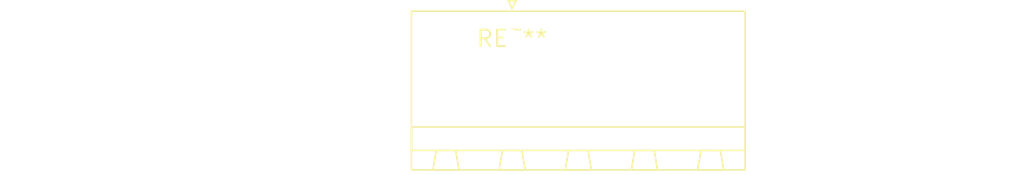
<source format=kicad_pcb>
(kicad_pcb (version 20240108) (generator pcbnew)
  (layers (0 "F.Cu" signal) (31 "B.Cu" signal) (34 "B.Paste" user) (35 "F.Paste" user) (36 "B.SilkS" user "B.Silkscreen") (37 "F.SilkS" user "F.Silkscreen") (38 "B.Mask" user) (39 "F.Mask" user) (44 "Edge.Cuts" user))
  (net 0 "")
  (footprint "PhoenixContact_MSTB_2,5_3-GF-5,08_1x03_P5.08mm_Horizontal_ThreadedFlange" (layer "F.Cu") (at 0 0)
    (property "Reference" "REF**")
    (property "Value" "PhoenixContact_MSTB_2,5_3-GF-5,08_1x03_P5.08mm_Horizontal_ThreadedFlange")
    (fp_line (start -7.73 -2.11) (end -7.73 10.11) (layer "F.SilkS") (stroke (width 0.12)))
    (fp_line (start -7.73 6.81) (end 17.89 6.81) (layer "F.SilkS") (stroke (width 0.12)))
    (fp_line (start -7.73 8.61) (end -7.73 6.81) (layer "F.SilkS") (stroke (width 0.12)))
    (fp_line (start -7.73 10.11) (end 17.89 10.11) (layer "F.SilkS") (stroke (width 0.12)))
    (fp_line (start -6.08 10.11) (end -4.08 10.11) (layer "F.SilkS") (stroke (width 0.12)))
    (fp_line (start -5.83 8.61) (end -6.08 10.11) (layer "F.SilkS") (stroke (width 0.12)))
    (fp_line (start -4.33 8.61) (end -5.83 8.61) (layer "F.SilkS") (stroke (width 0.12)))
    (fp_line (start -4.08 10.11) (end -4.33 8.61) (layer "F.SilkS") (stroke (width 0.12)))
    (fp_line (start -1 10.11) (end 1 10.11) (layer "F.SilkS") (stroke (width 0.12)))
    (fp_line (start -0.75 8.61) (end -1 10.11) (layer "F.SilkS") (stroke (width 0.12)))
    (fp_line (start -0.3 -2.91) (end 0.3 -2.91) (layer "F.SilkS") (stroke (width 0.12)))
    (fp_line (start 0 -2.31) (end -0.3 -2.91) (layer "F.SilkS") (stroke (width 0.12)))
    (fp_line (start 0.3 -2.91) (end 0 -2.31) (layer "F.SilkS") (stroke (width 0.12)))
    (fp_line (start 0.75 8.61) (end -0.75 8.61) (layer "F.SilkS") (stroke (width 0.12)))
    (fp_line (start 1 10.11) (end 0.75 8.61) (layer "F.SilkS") (stroke (width 0.12)))
    (fp_line (start 4.08 10.11) (end 6.08 10.11) (layer "F.SilkS") (stroke (width 0.12)))
    (fp_line (start 4.33 8.61) (end 4.08 10.11) (layer "F.SilkS") (stroke (width 0.12)))
    (fp_line (start 5.83 8.61) (end 4.33 8.61) (layer "F.SilkS") (stroke (width 0.12)))
    (fp_line (start 6.08 10.11) (end 5.83 8.61) (layer "F.SilkS") (stroke (width 0.12)))
    (fp_line (start 9.16 10.11) (end 11.16 10.11) (layer "F.SilkS") (stroke (width 0.12)))
    (fp_line (start 9.41 8.61) (end 9.16 10.11) (layer "F.SilkS") (stroke (width 0.12)))
    (fp_line (start 10.91 8.61) (end 9.41 8.61) (layer "F.SilkS") (stroke (width 0.12)))
    (fp_line (start 11.16 10.11) (end 10.91 8.61) (layer "F.SilkS") (stroke (width 0.12)))
    (fp_line (start 14.24 10.11) (end 16.24 10.11) (layer "F.SilkS") (stroke (width 0.12)))
    (fp_line (start 14.49 8.61) (end 14.24 10.11) (layer "F.SilkS") (stroke (width 0.12)))
    (fp_line (start 15.99 8.61) (end 14.49 8.61) (layer "F.SilkS") (stroke (width 0.12)))
    (fp_line (start 16.24 10.11) (end 15.99 8.61) (layer "F.SilkS") (stroke (width 0.12)))
    (fp_line (start 17.89 -2.11) (end -7.73 -2.11) (layer "F.SilkS") (stroke (width 0.12)))
    (fp_line (start 17.89 6.81) (end 17.89 8.61) (layer "F.SilkS") (stroke (width 0.12)))
    (fp_line (start 17.89 8.61) (end -7.73 8.61) (layer "F.SilkS") (stroke (width 0.12)))
    (fp_line (start 17.89 10.11) (end 17.89 -2.11) (layer "F.SilkS") (stroke (width 0.12)))
    (pad "1" thru_hole roundrect (at 0 0) (size 2.08 3.6) (drill 1.4) (layers *.Cu *.Mask) (remove_unused_layers) (roundrect_rratio 0.120192))
    (pad "2" thru_hole oval (at 5.08 0) (size 2.08 3.6) (drill 1.4) (layers *.Cu *.Mask) (remove_unused_layers))
    (pad "3" thru_hole oval (at 10.16 0) (size 2.08 3.6) (drill 1.4) (layers *.Cu *.Mask) (remove_unused_layers))
  )
)
</source>
